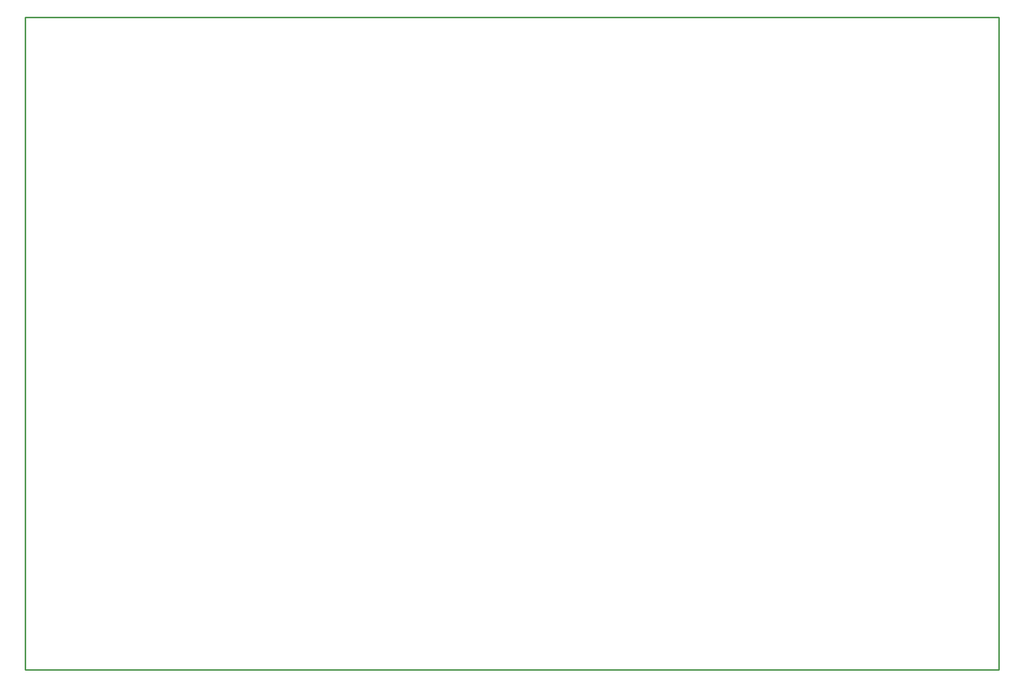
<source format=gko>
G04 Layer: BoardOutlineLayer*
G04 EasyEDA v6.5.51, 2025-12-29 20:22:51*
G04 8c801f094042406f8d7acb605edc259c,d5e4be961509469492984ab41ac85589,10*
G04 Gerber Generator version 0.2*
G04 Scale: 100 percent, Rotated: No, Reflected: No *
G04 Dimensions in millimeters *
G04 leading zeros omitted , absolute positions ,4 integer and 5 decimal *
%FSLAX45Y45*%
%MOMM*%

%ADD10C,0.2540*%
%ADD11C,0.0170*%
D10*
X699998Y8699982D02*
G01*
X17399965Y8699982D01*
X17399965Y-2499995D01*
X699998Y-2499995D01*
X699998Y8699982D01*

%LPD*%
M02*

</source>
